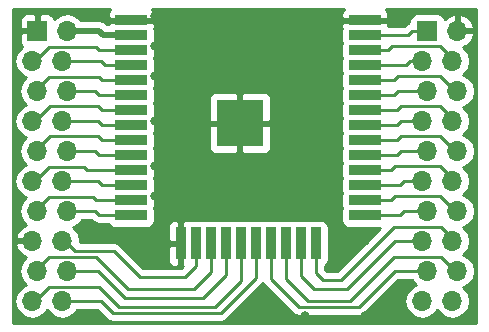
<source format=gtl>
G04 #@! TF.GenerationSoftware,KiCad,Pcbnew,no-vcs-found-08c4a0b~58~ubuntu16.04.1*
G04 #@! TF.CreationDate,2017-08-29T22:54:34+03:00*
G04 #@! TF.ProjectId,Bitsoko-ESP32-module-v2,426974736F6B6F2D45535033322D6D6F,1*
G04 #@! TF.SameCoordinates,Original
G04 #@! TF.FileFunction,Copper,L1,Top,Signal*
G04 #@! TF.FilePolarity,Positive*
%FSLAX46Y46*%
G04 Gerber Fmt 4.6, Leading zero omitted, Abs format (unit mm)*
G04 Created by KiCad (PCBNEW no-vcs-found-08c4a0b~58~ubuntu16.04.1) date Tue Aug 29 22:54:34 2017*
%MOMM*%
%LPD*%
G01*
G04 APERTURE LIST*
%ADD10R,4.000000X4.000000*%
%ADD11R,2.700000X0.900000*%
%ADD12R,0.900000X2.700000*%
%ADD13O,1.700000X1.700000*%
%ADD14R,1.700000X1.700000*%
%ADD15C,0.800000*%
%ADD16C,0.250000*%
%ADD17C,0.508000*%
%ADD18C,0.254000*%
G04 APERTURE END LIST*
D10*
X139274000Y-86533500D03*
D11*
X130074000Y-94333500D03*
X130074000Y-93063500D03*
X130074000Y-91793500D03*
X130074000Y-90523500D03*
X130074000Y-89253500D03*
X130074000Y-87983500D03*
X130074000Y-86713500D03*
X130074000Y-85443500D03*
X130074000Y-84173500D03*
X130074000Y-82903500D03*
X130074000Y-81633500D03*
X130074000Y-80363500D03*
X130074000Y-79093500D03*
X130074000Y-77823500D03*
D12*
X134274000Y-96733500D03*
X135544000Y-96733500D03*
X136814000Y-96733500D03*
X138084000Y-96733500D03*
X139354000Y-96733500D03*
X140624000Y-96733500D03*
X141894000Y-96733500D03*
X143164000Y-96733500D03*
X144434000Y-96733500D03*
X145704000Y-96733500D03*
D11*
X149874000Y-94333500D03*
X149874000Y-93063500D03*
X149874000Y-91793500D03*
X149874000Y-90523500D03*
X149874000Y-89253500D03*
X149874000Y-87983500D03*
X149874000Y-86713500D03*
X149874000Y-85443500D03*
X149874000Y-84173500D03*
X149874000Y-82903500D03*
X149874000Y-81633500D03*
X149874000Y-80363500D03*
X149874000Y-79093500D03*
X149874000Y-77823500D03*
D13*
X124256800Y-101600000D03*
X121716800Y-101600000D03*
X124663200Y-99060000D03*
X122123200Y-99060000D03*
X124256800Y-96520000D03*
X121716800Y-96520000D03*
X124663200Y-93980000D03*
X122123200Y-93980000D03*
X124256800Y-91440000D03*
X121716800Y-91440000D03*
X124663200Y-88900000D03*
X122123200Y-88900000D03*
X124256800Y-86360000D03*
X121716800Y-86360000D03*
X124663200Y-83820000D03*
X122123200Y-83820000D03*
X124256800Y-81280000D03*
X121716800Y-81280000D03*
X124663200Y-78740000D03*
D14*
X122123200Y-78740000D03*
X155143200Y-78740000D03*
D13*
X157683200Y-78740000D03*
X154736800Y-81280000D03*
X157276800Y-81280000D03*
X155143200Y-83820000D03*
X157683200Y-83820000D03*
X154736800Y-86360000D03*
X157276800Y-86360000D03*
X155143200Y-88900000D03*
X157683200Y-88900000D03*
X154736800Y-91440000D03*
X157276800Y-91440000D03*
X155143200Y-93980000D03*
X157683200Y-93980000D03*
X154736800Y-96520000D03*
X157276800Y-96520000D03*
X155143200Y-99060000D03*
X157683200Y-99060000D03*
X154736800Y-101600000D03*
X157276800Y-101600000D03*
D15*
X147320000Y-95250000D03*
X149860000Y-96520000D03*
X147320000Y-97790000D03*
X127000000Y-95250000D03*
X129540000Y-96520000D03*
X132080000Y-97790000D03*
X127000000Y-102870000D03*
X144780000Y-102870000D03*
X149860000Y-102870000D03*
X132080000Y-86360000D03*
X134620000Y-86360000D03*
X144780000Y-86360000D03*
X147320000Y-86360000D03*
X132080000Y-92710000D03*
X134620000Y-92710000D03*
X137160000Y-92710000D03*
X139700000Y-92710000D03*
X142240000Y-92710000D03*
X144780000Y-92710000D03*
X147320000Y-92710000D03*
X132080000Y-90170000D03*
X134620000Y-90170000D03*
X137160000Y-90170000D03*
X139700000Y-90170000D03*
X142240000Y-90170000D03*
X144780000Y-90170000D03*
X147320000Y-90170000D03*
X132080000Y-82550000D03*
X134620000Y-82550000D03*
X137160000Y-82550000D03*
X139700000Y-82550000D03*
X142240000Y-82550000D03*
X144780000Y-82550000D03*
X147320000Y-82550000D03*
X132080000Y-80010000D03*
X134620000Y-80010000D03*
X137160000Y-80010000D03*
X139700000Y-80010000D03*
X142240000Y-80010000D03*
X144780000Y-80010000D03*
X147320000Y-80010000D03*
X132080000Y-77470000D03*
X134620000Y-77470000D03*
X137160000Y-77470000D03*
X139700000Y-77470000D03*
X142240000Y-77470000D03*
X144780000Y-77470000D03*
X147320000Y-77470000D03*
X140462000Y-102616000D03*
X152146000Y-101854000D03*
X140716000Y-87630000D03*
X140716000Y-86360000D03*
X140716000Y-85090000D03*
X139319000Y-85090000D03*
X139319000Y-86360000D03*
X139319000Y-87630000D03*
X137922000Y-87630000D03*
X137922000Y-86360000D03*
X137922000Y-85090000D03*
D16*
X127000000Y-93980000D02*
X127353500Y-94333500D01*
X127353500Y-94333500D02*
X130074000Y-94333500D01*
X124460000Y-93980000D02*
X127000000Y-93980000D01*
X126840999Y-92804999D02*
X127099500Y-93063500D01*
X127099500Y-93063500D02*
X130074000Y-93063500D01*
X121920000Y-93980000D02*
X123095001Y-92804999D01*
X123095001Y-92804999D02*
X126840999Y-92804999D01*
X127254000Y-91440000D02*
X127607500Y-91793500D01*
X127607500Y-91793500D02*
X130074000Y-91793500D01*
X124460000Y-91440000D02*
X127254000Y-91440000D01*
X126078999Y-90264999D02*
X126337500Y-90523500D01*
X126337500Y-90523500D02*
X130074000Y-90523500D01*
X121920000Y-91440000D02*
X123095001Y-90264999D01*
X123095001Y-90264999D02*
X126078999Y-90264999D01*
X127000000Y-88900000D02*
X127353500Y-89253500D01*
X127353500Y-89253500D02*
X130074000Y-89253500D01*
X124460000Y-88900000D02*
X127000000Y-88900000D01*
X127254000Y-87630000D02*
X127607500Y-87983500D01*
X127607500Y-87983500D02*
X130074000Y-87983500D01*
X123190000Y-87630000D02*
X127254000Y-87630000D01*
X121920000Y-88900000D02*
X123190000Y-87630000D01*
X127254000Y-86360000D02*
X127607500Y-86713500D01*
X127607500Y-86713500D02*
X130074000Y-86713500D01*
X124460000Y-86360000D02*
X127254000Y-86360000D01*
X127254000Y-85090000D02*
X127607500Y-85443500D01*
X127607500Y-85443500D02*
X130074000Y-85443500D01*
X123190000Y-85090000D02*
X127254000Y-85090000D01*
X121920000Y-86360000D02*
X123190000Y-85090000D01*
X127000000Y-83820000D02*
X127353500Y-84173500D01*
X127353500Y-84173500D02*
X130074000Y-84173500D01*
X124460000Y-83820000D02*
X127000000Y-83820000D01*
X121920000Y-83820000D02*
X123095001Y-82644999D01*
X123095001Y-82644999D02*
X127348999Y-82644999D01*
X127348999Y-82644999D02*
X127607500Y-82903500D01*
X127607500Y-82903500D02*
X130074000Y-82903500D01*
X127508000Y-81280000D02*
X127861500Y-81633500D01*
X127861500Y-81633500D02*
X130074000Y-81633500D01*
X124460000Y-81280000D02*
X127508000Y-81280000D01*
X121920000Y-81280000D02*
X123095001Y-80104999D01*
X123095001Y-80104999D02*
X127094999Y-80104999D01*
X127094999Y-80104999D02*
X127353500Y-80363500D01*
X127353500Y-80363500D02*
X130074000Y-80363500D01*
D17*
X124460000Y-78740000D02*
X127381000Y-78740000D01*
X127381000Y-78740000D02*
X127734500Y-79093500D01*
X127734500Y-79093500D02*
X130074000Y-79093500D01*
D16*
X134620000Y-99568000D02*
X135544000Y-98644000D01*
X135544000Y-98644000D02*
X135544000Y-96733500D01*
X130810000Y-99568000D02*
X134620000Y-99568000D01*
X128611999Y-97369999D02*
X130810000Y-99568000D01*
X124460000Y-96520000D02*
X125309999Y-97369999D01*
X125309999Y-97369999D02*
X128611999Y-97369999D01*
X135382000Y-100584000D02*
X136814000Y-99152000D01*
X136814000Y-99152000D02*
X136814000Y-96733500D01*
X129794000Y-100584000D02*
X135382000Y-100584000D01*
X127094999Y-97884999D02*
X129794000Y-100584000D01*
X121920000Y-99060000D02*
X123095001Y-97884999D01*
X123095001Y-97884999D02*
X127094999Y-97884999D01*
X124460000Y-99060000D02*
X127254000Y-99060000D01*
X127254000Y-99060000D02*
X129540000Y-101346000D01*
X129540000Y-101346000D02*
X136144000Y-101346000D01*
X136144000Y-101346000D02*
X138084000Y-99406000D01*
X138084000Y-99406000D02*
X138084000Y-96733500D01*
X137160000Y-102108000D02*
X139354000Y-99914000D01*
X139354000Y-99914000D02*
X139354000Y-96733500D01*
X129032000Y-102108000D02*
X137160000Y-102108000D01*
X127348999Y-100424999D02*
X129032000Y-102108000D01*
X121920000Y-101600000D02*
X123095001Y-100424999D01*
X123095001Y-100424999D02*
X127348999Y-100424999D01*
X124460000Y-101600000D02*
X127508000Y-101600000D01*
X128524000Y-102616000D02*
X137668000Y-102616000D01*
X127508000Y-101600000D02*
X128524000Y-102616000D01*
X137668000Y-102616000D02*
X140624000Y-99660000D01*
X140624000Y-99660000D02*
X140624000Y-96733500D01*
X154940000Y-99060000D02*
X152400000Y-99060000D01*
X152400000Y-99060000D02*
X149352000Y-102108000D01*
X149352000Y-102108000D02*
X144272000Y-102108000D01*
X144272000Y-102108000D02*
X141894000Y-99730000D01*
X141894000Y-99730000D02*
X141894000Y-96733500D01*
X157480000Y-99060000D02*
X156304999Y-97884999D01*
X156304999Y-97884999D02*
X152305001Y-97884999D01*
X152305001Y-97884999D02*
X148590000Y-101600000D01*
X148590000Y-101600000D02*
X145034000Y-101600000D01*
X145034000Y-101600000D02*
X143164000Y-99730000D01*
X143164000Y-99730000D02*
X143164000Y-96733500D01*
X145542000Y-100584000D02*
X144434000Y-99476000D01*
X144434000Y-99476000D02*
X144434000Y-96733500D01*
X148336000Y-100584000D02*
X145542000Y-100584000D01*
X152400000Y-96520000D02*
X148336000Y-100584000D01*
X154940000Y-96520000D02*
X152400000Y-96520000D01*
X146304000Y-99822000D02*
X145704000Y-99222000D01*
X145704000Y-99222000D02*
X145704000Y-96733500D01*
X147828000Y-99822000D02*
X146304000Y-99822000D01*
X152305001Y-95344999D02*
X147828000Y-99822000D01*
X157480000Y-96520000D02*
X156304999Y-95344999D01*
X156304999Y-95344999D02*
X152305001Y-95344999D01*
X153162000Y-93980000D02*
X152808500Y-94333500D01*
X152808500Y-94333500D02*
X149874000Y-94333500D01*
X154940000Y-93980000D02*
X153162000Y-93980000D01*
X152400000Y-92710000D02*
X152046500Y-93063500D01*
X152046500Y-93063500D02*
X149874000Y-93063500D01*
X156210000Y-92710000D02*
X152400000Y-92710000D01*
X157480000Y-93980000D02*
X156210000Y-92710000D01*
X153162000Y-91440000D02*
X152808500Y-91793500D01*
X152808500Y-91793500D02*
X149874000Y-91793500D01*
X154940000Y-91440000D02*
X153162000Y-91440000D01*
X152400000Y-90170000D02*
X152046500Y-90523500D01*
X152046500Y-90523500D02*
X149874000Y-90523500D01*
X156210000Y-90170000D02*
X152400000Y-90170000D01*
X157480000Y-91440000D02*
X156210000Y-90170000D01*
X152908000Y-88900000D02*
X152554500Y-89253500D01*
X152554500Y-89253500D02*
X149874000Y-89253500D01*
X154940000Y-88900000D02*
X152908000Y-88900000D01*
X152908000Y-87630000D02*
X152554500Y-87983500D01*
X152554500Y-87983500D02*
X149874000Y-87983500D01*
X156210000Y-87630000D02*
X152908000Y-87630000D01*
X157480000Y-88900000D02*
X156210000Y-87630000D01*
X152908000Y-86360000D02*
X152554500Y-86713500D01*
X152554500Y-86713500D02*
X149874000Y-86713500D01*
X154940000Y-86360000D02*
X152908000Y-86360000D01*
X152908000Y-85090000D02*
X152554500Y-85443500D01*
X152554500Y-85443500D02*
X149874000Y-85443500D01*
X156210000Y-85090000D02*
X152908000Y-85090000D01*
X157480000Y-86360000D02*
X156210000Y-85090000D01*
X152654000Y-83820000D02*
X152300500Y-84173500D01*
X152300500Y-84173500D02*
X149874000Y-84173500D01*
X154940000Y-83820000D02*
X152654000Y-83820000D01*
X152654000Y-82550000D02*
X152300500Y-82903500D01*
X152300500Y-82903500D02*
X149874000Y-82903500D01*
X156210000Y-82550000D02*
X152654000Y-82550000D01*
X157480000Y-83820000D02*
X156210000Y-82550000D01*
X153670000Y-81280000D02*
X153316500Y-81633500D01*
X153316500Y-81633500D02*
X149874000Y-81633500D01*
X154940000Y-81280000D02*
X153670000Y-81280000D01*
X152146000Y-80010000D02*
X151792500Y-80363500D01*
X151792500Y-80363500D02*
X149874000Y-80363500D01*
X156210000Y-80010000D02*
X152146000Y-80010000D01*
X157480000Y-81280000D02*
X156210000Y-80010000D01*
X149874000Y-79093500D02*
X153486500Y-79093500D01*
X153486500Y-79093500D02*
X153840000Y-78740000D01*
X153840000Y-78740000D02*
X154940000Y-78740000D01*
D18*
G36*
X128185673Y-77013801D02*
X128089000Y-77247190D01*
X128089000Y-77537750D01*
X128247750Y-77696500D01*
X129947000Y-77696500D01*
X129947000Y-77676500D01*
X130201000Y-77676500D01*
X130201000Y-77696500D01*
X131900250Y-77696500D01*
X132059000Y-77537750D01*
X132059000Y-77247190D01*
X131962327Y-77013801D01*
X131858525Y-76910000D01*
X148089475Y-76910000D01*
X147985673Y-77013801D01*
X147889000Y-77247190D01*
X147889000Y-77537750D01*
X148047750Y-77696500D01*
X149747000Y-77696500D01*
X149747000Y-77676500D01*
X150001000Y-77676500D01*
X150001000Y-77696500D01*
X151700250Y-77696500D01*
X151859000Y-77537750D01*
X151859000Y-77247190D01*
X151762327Y-77013801D01*
X151658525Y-76910000D01*
X159310000Y-76910000D01*
X159310000Y-103430000D01*
X120090000Y-103430000D01*
X120090000Y-81280000D01*
X120202707Y-81280000D01*
X120315746Y-81848285D01*
X120637653Y-82330054D01*
X121119422Y-82651961D01*
X121197413Y-82667474D01*
X121044053Y-82769946D01*
X120722146Y-83251715D01*
X120609107Y-83820000D01*
X120722146Y-84388285D01*
X121044053Y-84870054D01*
X121197413Y-84972526D01*
X121119422Y-84988039D01*
X120637653Y-85309946D01*
X120315746Y-85791715D01*
X120202707Y-86360000D01*
X120315746Y-86928285D01*
X120637653Y-87410054D01*
X121119422Y-87731961D01*
X121197413Y-87747474D01*
X121044053Y-87849946D01*
X120722146Y-88331715D01*
X120609107Y-88900000D01*
X120722146Y-89468285D01*
X121044053Y-89950054D01*
X121197413Y-90052526D01*
X121119422Y-90068039D01*
X120637653Y-90389946D01*
X120315746Y-90871715D01*
X120202707Y-91440000D01*
X120315746Y-92008285D01*
X120637653Y-92490054D01*
X121119422Y-92811961D01*
X121197413Y-92827474D01*
X121044053Y-92929946D01*
X120722146Y-93411715D01*
X120609107Y-93980000D01*
X120722146Y-94548285D01*
X121044053Y-95030054D01*
X121217012Y-95145622D01*
X120835442Y-95324817D01*
X120445155Y-95753076D01*
X120275324Y-96163110D01*
X120396645Y-96393000D01*
X121589800Y-96393000D01*
X121589800Y-96373000D01*
X121843800Y-96373000D01*
X121843800Y-96393000D01*
X121863800Y-96393000D01*
X121863800Y-96647000D01*
X121843800Y-96647000D01*
X121843800Y-96667000D01*
X121589800Y-96667000D01*
X121589800Y-96647000D01*
X120396645Y-96647000D01*
X120275324Y-96876890D01*
X120445155Y-97286924D01*
X120835442Y-97715183D01*
X121217012Y-97894378D01*
X121044053Y-98009946D01*
X120722146Y-98491715D01*
X120609107Y-99060000D01*
X120722146Y-99628285D01*
X121044053Y-100110054D01*
X121197413Y-100212526D01*
X121119422Y-100228039D01*
X120637653Y-100549946D01*
X120315746Y-101031715D01*
X120202707Y-101600000D01*
X120315746Y-102168285D01*
X120637653Y-102650054D01*
X121119422Y-102971961D01*
X121687707Y-103085000D01*
X121745893Y-103085000D01*
X122314178Y-102971961D01*
X122795947Y-102650054D01*
X122986800Y-102364422D01*
X123177653Y-102650054D01*
X123659422Y-102971961D01*
X124227707Y-103085000D01*
X124285893Y-103085000D01*
X124854178Y-102971961D01*
X125335947Y-102650054D01*
X125529754Y-102360000D01*
X127193198Y-102360000D01*
X127986599Y-103153401D01*
X128233161Y-103318148D01*
X128524000Y-103376000D01*
X137668000Y-103376000D01*
X137958839Y-103318148D01*
X138205401Y-103153401D01*
X141161401Y-100197401D01*
X141235614Y-100086334D01*
X141356599Y-100267401D01*
X143734599Y-102645401D01*
X143981161Y-102810148D01*
X144272000Y-102868000D01*
X149352000Y-102868000D01*
X149642839Y-102810148D01*
X149889401Y-102645401D01*
X152714802Y-99820000D01*
X153870246Y-99820000D01*
X154064053Y-100110054D01*
X154217413Y-100212526D01*
X154139422Y-100228039D01*
X153657653Y-100549946D01*
X153335746Y-101031715D01*
X153222707Y-101600000D01*
X153335746Y-102168285D01*
X153657653Y-102650054D01*
X154139422Y-102971961D01*
X154707707Y-103085000D01*
X154765893Y-103085000D01*
X155334178Y-102971961D01*
X155815947Y-102650054D01*
X156006800Y-102364422D01*
X156197653Y-102650054D01*
X156679422Y-102971961D01*
X157247707Y-103085000D01*
X157305893Y-103085000D01*
X157874178Y-102971961D01*
X158355947Y-102650054D01*
X158677854Y-102168285D01*
X158790893Y-101600000D01*
X158677854Y-101031715D01*
X158355947Y-100549946D01*
X158202587Y-100447474D01*
X158280578Y-100431961D01*
X158762347Y-100110054D01*
X159084254Y-99628285D01*
X159197293Y-99060000D01*
X159084254Y-98491715D01*
X158762347Y-98009946D01*
X158280578Y-97688039D01*
X158202587Y-97672526D01*
X158355947Y-97570054D01*
X158677854Y-97088285D01*
X158790893Y-96520000D01*
X158677854Y-95951715D01*
X158355947Y-95469946D01*
X158202587Y-95367474D01*
X158280578Y-95351961D01*
X158762347Y-95030054D01*
X159084254Y-94548285D01*
X159197293Y-93980000D01*
X159084254Y-93411715D01*
X158762347Y-92929946D01*
X158280578Y-92608039D01*
X158202587Y-92592526D01*
X158355947Y-92490054D01*
X158677854Y-92008285D01*
X158790893Y-91440000D01*
X158677854Y-90871715D01*
X158355947Y-90389946D01*
X158202587Y-90287474D01*
X158280578Y-90271961D01*
X158762347Y-89950054D01*
X159084254Y-89468285D01*
X159197293Y-88900000D01*
X159084254Y-88331715D01*
X158762347Y-87849946D01*
X158280578Y-87528039D01*
X158202587Y-87512526D01*
X158355947Y-87410054D01*
X158677854Y-86928285D01*
X158790893Y-86360000D01*
X158677854Y-85791715D01*
X158355947Y-85309946D01*
X158202587Y-85207474D01*
X158280578Y-85191961D01*
X158762347Y-84870054D01*
X159084254Y-84388285D01*
X159197293Y-83820000D01*
X159084254Y-83251715D01*
X158762347Y-82769946D01*
X158280578Y-82448039D01*
X158202587Y-82432526D01*
X158355947Y-82330054D01*
X158677854Y-81848285D01*
X158790893Y-81280000D01*
X158677854Y-80711715D01*
X158355947Y-80229946D01*
X158182988Y-80114378D01*
X158564558Y-79935183D01*
X158954845Y-79506924D01*
X159124676Y-79096890D01*
X159003355Y-78867000D01*
X157810200Y-78867000D01*
X157810200Y-78887000D01*
X157556200Y-78887000D01*
X157556200Y-78867000D01*
X157536200Y-78867000D01*
X157536200Y-78613000D01*
X157556200Y-78613000D01*
X157556200Y-77419181D01*
X157810200Y-77419181D01*
X157810200Y-78613000D01*
X159003355Y-78613000D01*
X159124676Y-78383110D01*
X158954845Y-77973076D01*
X158564558Y-77544817D01*
X158040092Y-77298514D01*
X157810200Y-77419181D01*
X157556200Y-77419181D01*
X157326308Y-77298514D01*
X156801842Y-77544817D01*
X156613161Y-77751855D01*
X156591357Y-77642235D01*
X156451009Y-77432191D01*
X156240965Y-77291843D01*
X155993200Y-77242560D01*
X154293200Y-77242560D01*
X154045435Y-77291843D01*
X153835391Y-77432191D01*
X153695043Y-77642235D01*
X153645760Y-77890000D01*
X153645760Y-78018637D01*
X153549161Y-78037852D01*
X153549159Y-78037853D01*
X153549160Y-78037853D01*
X153302598Y-78202599D01*
X153171697Y-78333500D01*
X151859000Y-78333500D01*
X151859000Y-78109250D01*
X151700250Y-77950500D01*
X150001000Y-77950500D01*
X150001000Y-77970500D01*
X149747000Y-77970500D01*
X149747000Y-77950500D01*
X148047750Y-77950500D01*
X147889000Y-78109250D01*
X147889000Y-78399810D01*
X147913343Y-78458579D01*
X147876560Y-78643500D01*
X147876560Y-79543500D01*
X147913358Y-79728500D01*
X147876560Y-79913500D01*
X147876560Y-80813500D01*
X147913358Y-80998500D01*
X147876560Y-81183500D01*
X147876560Y-82083500D01*
X147913358Y-82268500D01*
X147876560Y-82453500D01*
X147876560Y-83353500D01*
X147913358Y-83538500D01*
X147876560Y-83723500D01*
X147876560Y-84623500D01*
X147913358Y-84808500D01*
X147876560Y-84993500D01*
X147876560Y-85893500D01*
X147913358Y-86078500D01*
X147876560Y-86263500D01*
X147876560Y-87163500D01*
X147913358Y-87348500D01*
X147876560Y-87533500D01*
X147876560Y-88433500D01*
X147913358Y-88618500D01*
X147876560Y-88803500D01*
X147876560Y-89703500D01*
X147913358Y-89888500D01*
X147876560Y-90073500D01*
X147876560Y-90973500D01*
X147913358Y-91158500D01*
X147876560Y-91343500D01*
X147876560Y-92243500D01*
X147913358Y-92428500D01*
X147876560Y-92613500D01*
X147876560Y-93513500D01*
X147913358Y-93698500D01*
X147876560Y-93883500D01*
X147876560Y-94783500D01*
X147925843Y-95031265D01*
X148066191Y-95241309D01*
X148276235Y-95381657D01*
X148524000Y-95430940D01*
X151144258Y-95430940D01*
X147513198Y-99062000D01*
X146618802Y-99062000D01*
X146464000Y-98907198D01*
X146464000Y-98640073D01*
X146611809Y-98541309D01*
X146752157Y-98331265D01*
X146801440Y-98083500D01*
X146801440Y-95383500D01*
X146752157Y-95135735D01*
X146611809Y-94925691D01*
X146401765Y-94785343D01*
X146154000Y-94736060D01*
X145254000Y-94736060D01*
X145069000Y-94772858D01*
X144884000Y-94736060D01*
X143984000Y-94736060D01*
X143799000Y-94772858D01*
X143614000Y-94736060D01*
X142714000Y-94736060D01*
X142529000Y-94772858D01*
X142344000Y-94736060D01*
X141444000Y-94736060D01*
X141259000Y-94772858D01*
X141074000Y-94736060D01*
X140174000Y-94736060D01*
X139989000Y-94772858D01*
X139804000Y-94736060D01*
X138904000Y-94736060D01*
X138719000Y-94772858D01*
X138534000Y-94736060D01*
X137634000Y-94736060D01*
X137449000Y-94772858D01*
X137264000Y-94736060D01*
X136364000Y-94736060D01*
X136179000Y-94772858D01*
X135994000Y-94736060D01*
X135094000Y-94736060D01*
X134909078Y-94772843D01*
X134850309Y-94748500D01*
X134559750Y-94748500D01*
X134401000Y-94907250D01*
X134401000Y-96606500D01*
X134421000Y-96606500D01*
X134421000Y-96860500D01*
X134401000Y-96860500D01*
X134401000Y-98559750D01*
X134477224Y-98635974D01*
X134305198Y-98808000D01*
X131124802Y-98808000D01*
X129336052Y-97019250D01*
X133189000Y-97019250D01*
X133189000Y-98209810D01*
X133285673Y-98443199D01*
X133464302Y-98621827D01*
X133697691Y-98718500D01*
X133988250Y-98718500D01*
X134147000Y-98559750D01*
X134147000Y-96860500D01*
X133347750Y-96860500D01*
X133189000Y-97019250D01*
X129336052Y-97019250D01*
X129149400Y-96832598D01*
X128902838Y-96667851D01*
X128611999Y-96609999D01*
X125752991Y-96609999D01*
X125770893Y-96520000D01*
X125657854Y-95951715D01*
X125335947Y-95469946D01*
X125182587Y-95367474D01*
X125260578Y-95351961D01*
X125742347Y-95030054D01*
X125936154Y-94740000D01*
X126685197Y-94740000D01*
X126816098Y-94870901D01*
X126870499Y-94907250D01*
X127062661Y-95035648D01*
X127353500Y-95093500D01*
X128167427Y-95093500D01*
X128266191Y-95241309D01*
X128476235Y-95381657D01*
X128724000Y-95430940D01*
X131424000Y-95430940D01*
X131671765Y-95381657D01*
X131858041Y-95257190D01*
X133189000Y-95257190D01*
X133189000Y-96447750D01*
X133347750Y-96606500D01*
X134147000Y-96606500D01*
X134147000Y-94907250D01*
X133988250Y-94748500D01*
X133697691Y-94748500D01*
X133464302Y-94845173D01*
X133285673Y-95023801D01*
X133189000Y-95257190D01*
X131858041Y-95257190D01*
X131881809Y-95241309D01*
X132022157Y-95031265D01*
X132071440Y-94783500D01*
X132071440Y-93883500D01*
X132034642Y-93698500D01*
X132071440Y-93513500D01*
X132071440Y-92613500D01*
X132034642Y-92428500D01*
X132071440Y-92243500D01*
X132071440Y-91343500D01*
X132034642Y-91158500D01*
X132071440Y-90973500D01*
X132071440Y-90073500D01*
X132034642Y-89888500D01*
X132071440Y-89703500D01*
X132071440Y-88803500D01*
X132034642Y-88618500D01*
X132071440Y-88433500D01*
X132071440Y-87533500D01*
X132034642Y-87348500D01*
X132071440Y-87163500D01*
X132071440Y-86819250D01*
X136639000Y-86819250D01*
X136639000Y-88659810D01*
X136735673Y-88893199D01*
X136914302Y-89071827D01*
X137147691Y-89168500D01*
X138988250Y-89168500D01*
X139147000Y-89009750D01*
X139147000Y-86660500D01*
X139401000Y-86660500D01*
X139401000Y-89009750D01*
X139559750Y-89168500D01*
X141400309Y-89168500D01*
X141633698Y-89071827D01*
X141812327Y-88893199D01*
X141909000Y-88659810D01*
X141909000Y-86819250D01*
X141750250Y-86660500D01*
X139401000Y-86660500D01*
X139147000Y-86660500D01*
X136797750Y-86660500D01*
X136639000Y-86819250D01*
X132071440Y-86819250D01*
X132071440Y-86263500D01*
X132034642Y-86078500D01*
X132071440Y-85893500D01*
X132071440Y-84993500D01*
X132034642Y-84808500D01*
X132071440Y-84623500D01*
X132071440Y-84407190D01*
X136639000Y-84407190D01*
X136639000Y-86247750D01*
X136797750Y-86406500D01*
X139147000Y-86406500D01*
X139147000Y-84057250D01*
X139401000Y-84057250D01*
X139401000Y-86406500D01*
X141750250Y-86406500D01*
X141909000Y-86247750D01*
X141909000Y-84407190D01*
X141812327Y-84173801D01*
X141633698Y-83995173D01*
X141400309Y-83898500D01*
X139559750Y-83898500D01*
X139401000Y-84057250D01*
X139147000Y-84057250D01*
X138988250Y-83898500D01*
X137147691Y-83898500D01*
X136914302Y-83995173D01*
X136735673Y-84173801D01*
X136639000Y-84407190D01*
X132071440Y-84407190D01*
X132071440Y-83723500D01*
X132034642Y-83538500D01*
X132071440Y-83353500D01*
X132071440Y-82453500D01*
X132034642Y-82268500D01*
X132071440Y-82083500D01*
X132071440Y-81183500D01*
X132034642Y-80998500D01*
X132071440Y-80813500D01*
X132071440Y-79913500D01*
X132034642Y-79728500D01*
X132071440Y-79543500D01*
X132071440Y-78643500D01*
X132034657Y-78458579D01*
X132059000Y-78399810D01*
X132059000Y-78109250D01*
X131900250Y-77950500D01*
X130201000Y-77950500D01*
X130201000Y-77970500D01*
X129947000Y-77970500D01*
X129947000Y-77950500D01*
X128247750Y-77950500D01*
X128089000Y-78109250D01*
X128089000Y-78190764D01*
X128009618Y-78111382D01*
X128006427Y-78109250D01*
X127721206Y-77918671D01*
X127381000Y-77851000D01*
X125849960Y-77851000D01*
X125742347Y-77689946D01*
X125260578Y-77368039D01*
X124692293Y-77255000D01*
X124634107Y-77255000D01*
X124065822Y-77368039D01*
X123584053Y-77689946D01*
X123580103Y-77695858D01*
X123511527Y-77530301D01*
X123332898Y-77351673D01*
X123099509Y-77255000D01*
X122408950Y-77255000D01*
X122250200Y-77413750D01*
X122250200Y-78613000D01*
X122270200Y-78613000D01*
X122270200Y-78867000D01*
X122250200Y-78867000D01*
X122250200Y-78887000D01*
X121996200Y-78887000D01*
X121996200Y-78867000D01*
X120796950Y-78867000D01*
X120638200Y-79025750D01*
X120638200Y-79716310D01*
X120734873Y-79949699D01*
X120863929Y-80078754D01*
X120637653Y-80229946D01*
X120315746Y-80711715D01*
X120202707Y-81280000D01*
X120090000Y-81280000D01*
X120090000Y-77763690D01*
X120638200Y-77763690D01*
X120638200Y-78454250D01*
X120796950Y-78613000D01*
X121996200Y-78613000D01*
X121996200Y-77413750D01*
X121837450Y-77255000D01*
X121146891Y-77255000D01*
X120913502Y-77351673D01*
X120734873Y-77530301D01*
X120638200Y-77763690D01*
X120090000Y-77763690D01*
X120090000Y-76910000D01*
X128289475Y-76910000D01*
X128185673Y-77013801D01*
X128185673Y-77013801D01*
G37*
X128185673Y-77013801D02*
X128089000Y-77247190D01*
X128089000Y-77537750D01*
X128247750Y-77696500D01*
X129947000Y-77696500D01*
X129947000Y-77676500D01*
X130201000Y-77676500D01*
X130201000Y-77696500D01*
X131900250Y-77696500D01*
X132059000Y-77537750D01*
X132059000Y-77247190D01*
X131962327Y-77013801D01*
X131858525Y-76910000D01*
X148089475Y-76910000D01*
X147985673Y-77013801D01*
X147889000Y-77247190D01*
X147889000Y-77537750D01*
X148047750Y-77696500D01*
X149747000Y-77696500D01*
X149747000Y-77676500D01*
X150001000Y-77676500D01*
X150001000Y-77696500D01*
X151700250Y-77696500D01*
X151859000Y-77537750D01*
X151859000Y-77247190D01*
X151762327Y-77013801D01*
X151658525Y-76910000D01*
X159310000Y-76910000D01*
X159310000Y-103430000D01*
X120090000Y-103430000D01*
X120090000Y-81280000D01*
X120202707Y-81280000D01*
X120315746Y-81848285D01*
X120637653Y-82330054D01*
X121119422Y-82651961D01*
X121197413Y-82667474D01*
X121044053Y-82769946D01*
X120722146Y-83251715D01*
X120609107Y-83820000D01*
X120722146Y-84388285D01*
X121044053Y-84870054D01*
X121197413Y-84972526D01*
X121119422Y-84988039D01*
X120637653Y-85309946D01*
X120315746Y-85791715D01*
X120202707Y-86360000D01*
X120315746Y-86928285D01*
X120637653Y-87410054D01*
X121119422Y-87731961D01*
X121197413Y-87747474D01*
X121044053Y-87849946D01*
X120722146Y-88331715D01*
X120609107Y-88900000D01*
X120722146Y-89468285D01*
X121044053Y-89950054D01*
X121197413Y-90052526D01*
X121119422Y-90068039D01*
X120637653Y-90389946D01*
X120315746Y-90871715D01*
X120202707Y-91440000D01*
X120315746Y-92008285D01*
X120637653Y-92490054D01*
X121119422Y-92811961D01*
X121197413Y-92827474D01*
X121044053Y-92929946D01*
X120722146Y-93411715D01*
X120609107Y-93980000D01*
X120722146Y-94548285D01*
X121044053Y-95030054D01*
X121217012Y-95145622D01*
X120835442Y-95324817D01*
X120445155Y-95753076D01*
X120275324Y-96163110D01*
X120396645Y-96393000D01*
X121589800Y-96393000D01*
X121589800Y-96373000D01*
X121843800Y-96373000D01*
X121843800Y-96393000D01*
X121863800Y-96393000D01*
X121863800Y-96647000D01*
X121843800Y-96647000D01*
X121843800Y-96667000D01*
X121589800Y-96667000D01*
X121589800Y-96647000D01*
X120396645Y-96647000D01*
X120275324Y-96876890D01*
X120445155Y-97286924D01*
X120835442Y-97715183D01*
X121217012Y-97894378D01*
X121044053Y-98009946D01*
X120722146Y-98491715D01*
X120609107Y-99060000D01*
X120722146Y-99628285D01*
X121044053Y-100110054D01*
X121197413Y-100212526D01*
X121119422Y-100228039D01*
X120637653Y-100549946D01*
X120315746Y-101031715D01*
X120202707Y-101600000D01*
X120315746Y-102168285D01*
X120637653Y-102650054D01*
X121119422Y-102971961D01*
X121687707Y-103085000D01*
X121745893Y-103085000D01*
X122314178Y-102971961D01*
X122795947Y-102650054D01*
X122986800Y-102364422D01*
X123177653Y-102650054D01*
X123659422Y-102971961D01*
X124227707Y-103085000D01*
X124285893Y-103085000D01*
X124854178Y-102971961D01*
X125335947Y-102650054D01*
X125529754Y-102360000D01*
X127193198Y-102360000D01*
X127986599Y-103153401D01*
X128233161Y-103318148D01*
X128524000Y-103376000D01*
X137668000Y-103376000D01*
X137958839Y-103318148D01*
X138205401Y-103153401D01*
X141161401Y-100197401D01*
X141235614Y-100086334D01*
X141356599Y-100267401D01*
X143734599Y-102645401D01*
X143981161Y-102810148D01*
X144272000Y-102868000D01*
X149352000Y-102868000D01*
X149642839Y-102810148D01*
X149889401Y-102645401D01*
X152714802Y-99820000D01*
X153870246Y-99820000D01*
X154064053Y-100110054D01*
X154217413Y-100212526D01*
X154139422Y-100228039D01*
X153657653Y-100549946D01*
X153335746Y-101031715D01*
X153222707Y-101600000D01*
X153335746Y-102168285D01*
X153657653Y-102650054D01*
X154139422Y-102971961D01*
X154707707Y-103085000D01*
X154765893Y-103085000D01*
X155334178Y-102971961D01*
X155815947Y-102650054D01*
X156006800Y-102364422D01*
X156197653Y-102650054D01*
X156679422Y-102971961D01*
X157247707Y-103085000D01*
X157305893Y-103085000D01*
X157874178Y-102971961D01*
X158355947Y-102650054D01*
X158677854Y-102168285D01*
X158790893Y-101600000D01*
X158677854Y-101031715D01*
X158355947Y-100549946D01*
X158202587Y-100447474D01*
X158280578Y-100431961D01*
X158762347Y-100110054D01*
X159084254Y-99628285D01*
X159197293Y-99060000D01*
X159084254Y-98491715D01*
X158762347Y-98009946D01*
X158280578Y-97688039D01*
X158202587Y-97672526D01*
X158355947Y-97570054D01*
X158677854Y-97088285D01*
X158790893Y-96520000D01*
X158677854Y-95951715D01*
X158355947Y-95469946D01*
X158202587Y-95367474D01*
X158280578Y-95351961D01*
X158762347Y-95030054D01*
X159084254Y-94548285D01*
X159197293Y-93980000D01*
X159084254Y-93411715D01*
X158762347Y-92929946D01*
X158280578Y-92608039D01*
X158202587Y-92592526D01*
X158355947Y-92490054D01*
X158677854Y-92008285D01*
X158790893Y-91440000D01*
X158677854Y-90871715D01*
X158355947Y-90389946D01*
X158202587Y-90287474D01*
X158280578Y-90271961D01*
X158762347Y-89950054D01*
X159084254Y-89468285D01*
X159197293Y-88900000D01*
X159084254Y-88331715D01*
X158762347Y-87849946D01*
X158280578Y-87528039D01*
X158202587Y-87512526D01*
X158355947Y-87410054D01*
X158677854Y-86928285D01*
X158790893Y-86360000D01*
X158677854Y-85791715D01*
X158355947Y-85309946D01*
X158202587Y-85207474D01*
X158280578Y-85191961D01*
X158762347Y-84870054D01*
X159084254Y-84388285D01*
X159197293Y-83820000D01*
X159084254Y-83251715D01*
X158762347Y-82769946D01*
X158280578Y-82448039D01*
X158202587Y-82432526D01*
X158355947Y-82330054D01*
X158677854Y-81848285D01*
X158790893Y-81280000D01*
X158677854Y-80711715D01*
X158355947Y-80229946D01*
X158182988Y-80114378D01*
X158564558Y-79935183D01*
X158954845Y-79506924D01*
X159124676Y-79096890D01*
X159003355Y-78867000D01*
X157810200Y-78867000D01*
X157810200Y-78887000D01*
X157556200Y-78887000D01*
X157556200Y-78867000D01*
X157536200Y-78867000D01*
X157536200Y-78613000D01*
X157556200Y-78613000D01*
X157556200Y-77419181D01*
X157810200Y-77419181D01*
X157810200Y-78613000D01*
X159003355Y-78613000D01*
X159124676Y-78383110D01*
X158954845Y-77973076D01*
X158564558Y-77544817D01*
X158040092Y-77298514D01*
X157810200Y-77419181D01*
X157556200Y-77419181D01*
X157326308Y-77298514D01*
X156801842Y-77544817D01*
X156613161Y-77751855D01*
X156591357Y-77642235D01*
X156451009Y-77432191D01*
X156240965Y-77291843D01*
X155993200Y-77242560D01*
X154293200Y-77242560D01*
X154045435Y-77291843D01*
X153835391Y-77432191D01*
X153695043Y-77642235D01*
X153645760Y-77890000D01*
X153645760Y-78018637D01*
X153549161Y-78037852D01*
X153549159Y-78037853D01*
X153549160Y-78037853D01*
X153302598Y-78202599D01*
X153171697Y-78333500D01*
X151859000Y-78333500D01*
X151859000Y-78109250D01*
X151700250Y-77950500D01*
X150001000Y-77950500D01*
X150001000Y-77970500D01*
X149747000Y-77970500D01*
X149747000Y-77950500D01*
X148047750Y-77950500D01*
X147889000Y-78109250D01*
X147889000Y-78399810D01*
X147913343Y-78458579D01*
X147876560Y-78643500D01*
X147876560Y-79543500D01*
X147913358Y-79728500D01*
X147876560Y-79913500D01*
X147876560Y-80813500D01*
X147913358Y-80998500D01*
X147876560Y-81183500D01*
X147876560Y-82083500D01*
X147913358Y-82268500D01*
X147876560Y-82453500D01*
X147876560Y-83353500D01*
X147913358Y-83538500D01*
X147876560Y-83723500D01*
X147876560Y-84623500D01*
X147913358Y-84808500D01*
X147876560Y-84993500D01*
X147876560Y-85893500D01*
X147913358Y-86078500D01*
X147876560Y-86263500D01*
X147876560Y-87163500D01*
X147913358Y-87348500D01*
X147876560Y-87533500D01*
X147876560Y-88433500D01*
X147913358Y-88618500D01*
X147876560Y-88803500D01*
X147876560Y-89703500D01*
X147913358Y-89888500D01*
X147876560Y-90073500D01*
X147876560Y-90973500D01*
X147913358Y-91158500D01*
X147876560Y-91343500D01*
X147876560Y-92243500D01*
X147913358Y-92428500D01*
X147876560Y-92613500D01*
X147876560Y-93513500D01*
X147913358Y-93698500D01*
X147876560Y-93883500D01*
X147876560Y-94783500D01*
X147925843Y-95031265D01*
X148066191Y-95241309D01*
X148276235Y-95381657D01*
X148524000Y-95430940D01*
X151144258Y-95430940D01*
X147513198Y-99062000D01*
X146618802Y-99062000D01*
X146464000Y-98907198D01*
X146464000Y-98640073D01*
X146611809Y-98541309D01*
X146752157Y-98331265D01*
X146801440Y-98083500D01*
X146801440Y-95383500D01*
X146752157Y-95135735D01*
X146611809Y-94925691D01*
X146401765Y-94785343D01*
X146154000Y-94736060D01*
X145254000Y-94736060D01*
X145069000Y-94772858D01*
X144884000Y-94736060D01*
X143984000Y-94736060D01*
X143799000Y-94772858D01*
X143614000Y-94736060D01*
X142714000Y-94736060D01*
X142529000Y-94772858D01*
X142344000Y-94736060D01*
X141444000Y-94736060D01*
X141259000Y-94772858D01*
X141074000Y-94736060D01*
X140174000Y-94736060D01*
X139989000Y-94772858D01*
X139804000Y-94736060D01*
X138904000Y-94736060D01*
X138719000Y-94772858D01*
X138534000Y-94736060D01*
X137634000Y-94736060D01*
X137449000Y-94772858D01*
X137264000Y-94736060D01*
X136364000Y-94736060D01*
X136179000Y-94772858D01*
X135994000Y-94736060D01*
X135094000Y-94736060D01*
X134909078Y-94772843D01*
X134850309Y-94748500D01*
X134559750Y-94748500D01*
X134401000Y-94907250D01*
X134401000Y-96606500D01*
X134421000Y-96606500D01*
X134421000Y-96860500D01*
X134401000Y-96860500D01*
X134401000Y-98559750D01*
X134477224Y-98635974D01*
X134305198Y-98808000D01*
X131124802Y-98808000D01*
X129336052Y-97019250D01*
X133189000Y-97019250D01*
X133189000Y-98209810D01*
X133285673Y-98443199D01*
X133464302Y-98621827D01*
X133697691Y-98718500D01*
X133988250Y-98718500D01*
X134147000Y-98559750D01*
X134147000Y-96860500D01*
X133347750Y-96860500D01*
X133189000Y-97019250D01*
X129336052Y-97019250D01*
X129149400Y-96832598D01*
X128902838Y-96667851D01*
X128611999Y-96609999D01*
X125752991Y-96609999D01*
X125770893Y-96520000D01*
X125657854Y-95951715D01*
X125335947Y-95469946D01*
X125182587Y-95367474D01*
X125260578Y-95351961D01*
X125742347Y-95030054D01*
X125936154Y-94740000D01*
X126685197Y-94740000D01*
X126816098Y-94870901D01*
X126870499Y-94907250D01*
X127062661Y-95035648D01*
X127353500Y-95093500D01*
X128167427Y-95093500D01*
X128266191Y-95241309D01*
X128476235Y-95381657D01*
X128724000Y-95430940D01*
X131424000Y-95430940D01*
X131671765Y-95381657D01*
X131858041Y-95257190D01*
X133189000Y-95257190D01*
X133189000Y-96447750D01*
X133347750Y-96606500D01*
X134147000Y-96606500D01*
X134147000Y-94907250D01*
X133988250Y-94748500D01*
X133697691Y-94748500D01*
X133464302Y-94845173D01*
X133285673Y-95023801D01*
X133189000Y-95257190D01*
X131858041Y-95257190D01*
X131881809Y-95241309D01*
X132022157Y-95031265D01*
X132071440Y-94783500D01*
X132071440Y-93883500D01*
X132034642Y-93698500D01*
X132071440Y-93513500D01*
X132071440Y-92613500D01*
X132034642Y-92428500D01*
X132071440Y-92243500D01*
X132071440Y-91343500D01*
X132034642Y-91158500D01*
X132071440Y-90973500D01*
X132071440Y-90073500D01*
X132034642Y-89888500D01*
X132071440Y-89703500D01*
X132071440Y-88803500D01*
X132034642Y-88618500D01*
X132071440Y-88433500D01*
X132071440Y-87533500D01*
X132034642Y-87348500D01*
X132071440Y-87163500D01*
X132071440Y-86819250D01*
X136639000Y-86819250D01*
X136639000Y-88659810D01*
X136735673Y-88893199D01*
X136914302Y-89071827D01*
X137147691Y-89168500D01*
X138988250Y-89168500D01*
X139147000Y-89009750D01*
X139147000Y-86660500D01*
X139401000Y-86660500D01*
X139401000Y-89009750D01*
X139559750Y-89168500D01*
X141400309Y-89168500D01*
X141633698Y-89071827D01*
X141812327Y-88893199D01*
X141909000Y-88659810D01*
X141909000Y-86819250D01*
X141750250Y-86660500D01*
X139401000Y-86660500D01*
X139147000Y-86660500D01*
X136797750Y-86660500D01*
X136639000Y-86819250D01*
X132071440Y-86819250D01*
X132071440Y-86263500D01*
X132034642Y-86078500D01*
X132071440Y-85893500D01*
X132071440Y-84993500D01*
X132034642Y-84808500D01*
X132071440Y-84623500D01*
X132071440Y-84407190D01*
X136639000Y-84407190D01*
X136639000Y-86247750D01*
X136797750Y-86406500D01*
X139147000Y-86406500D01*
X139147000Y-84057250D01*
X139401000Y-84057250D01*
X139401000Y-86406500D01*
X141750250Y-86406500D01*
X141909000Y-86247750D01*
X141909000Y-84407190D01*
X141812327Y-84173801D01*
X141633698Y-83995173D01*
X141400309Y-83898500D01*
X139559750Y-83898500D01*
X139401000Y-84057250D01*
X139147000Y-84057250D01*
X138988250Y-83898500D01*
X137147691Y-83898500D01*
X136914302Y-83995173D01*
X136735673Y-84173801D01*
X136639000Y-84407190D01*
X132071440Y-84407190D01*
X132071440Y-83723500D01*
X132034642Y-83538500D01*
X132071440Y-83353500D01*
X132071440Y-82453500D01*
X132034642Y-82268500D01*
X132071440Y-82083500D01*
X132071440Y-81183500D01*
X132034642Y-80998500D01*
X132071440Y-80813500D01*
X132071440Y-79913500D01*
X132034642Y-79728500D01*
X132071440Y-79543500D01*
X132071440Y-78643500D01*
X132034657Y-78458579D01*
X132059000Y-78399810D01*
X132059000Y-78109250D01*
X131900250Y-77950500D01*
X130201000Y-77950500D01*
X130201000Y-77970500D01*
X129947000Y-77970500D01*
X129947000Y-77950500D01*
X128247750Y-77950500D01*
X128089000Y-78109250D01*
X128089000Y-78190764D01*
X128009618Y-78111382D01*
X128006427Y-78109250D01*
X127721206Y-77918671D01*
X127381000Y-77851000D01*
X125849960Y-77851000D01*
X125742347Y-77689946D01*
X125260578Y-77368039D01*
X124692293Y-77255000D01*
X124634107Y-77255000D01*
X124065822Y-77368039D01*
X123584053Y-77689946D01*
X123580103Y-77695858D01*
X123511527Y-77530301D01*
X123332898Y-77351673D01*
X123099509Y-77255000D01*
X122408950Y-77255000D01*
X122250200Y-77413750D01*
X122250200Y-78613000D01*
X122270200Y-78613000D01*
X122270200Y-78867000D01*
X122250200Y-78867000D01*
X122250200Y-78887000D01*
X121996200Y-78887000D01*
X121996200Y-78867000D01*
X120796950Y-78867000D01*
X120638200Y-79025750D01*
X120638200Y-79716310D01*
X120734873Y-79949699D01*
X120863929Y-80078754D01*
X120637653Y-80229946D01*
X120315746Y-80711715D01*
X120202707Y-81280000D01*
X120090000Y-81280000D01*
X120090000Y-77763690D01*
X120638200Y-77763690D01*
X120638200Y-78454250D01*
X120796950Y-78613000D01*
X121996200Y-78613000D01*
X121996200Y-77413750D01*
X121837450Y-77255000D01*
X121146891Y-77255000D01*
X120913502Y-77351673D01*
X120734873Y-77530301D01*
X120638200Y-77763690D01*
X120090000Y-77763690D01*
X120090000Y-76910000D01*
X128289475Y-76910000D01*
X128185673Y-77013801D01*
M02*

</source>
